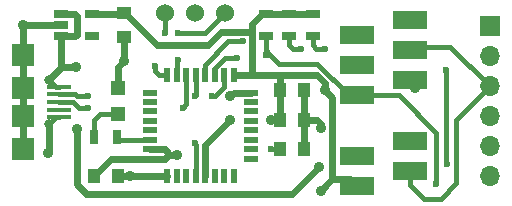
<source format=gbr>
G04 #@! TF.FileFunction,Copper,L1,Top,Signal*
%FSLAX46Y46*%
G04 Gerber Fmt 4.6, Leading zero omitted, Abs format (unit mm)*
G04 Created by KiCad (PCBNEW 4.0.7-e2-6376~58~ubuntu16.04.1) date Wed Aug 15 22:40:32 2018*
%MOMM*%
%LPD*%
G01*
G04 APERTURE LIST*
%ADD10C,0.100000*%
%ADD11R,1.897380X1.897380*%
%ADD12R,2.000000X0.398780*%
%ADD13C,0.797560*%
%ADD14R,1.000000X1.250000*%
%ADD15R,1.250000X1.000000*%
%ADD16R,1.200000X1.200000*%
%ADD17R,1.700000X1.700000*%
%ADD18O,1.700000X1.700000*%
%ADD19R,0.700000X1.300000*%
%ADD20R,1.300000X0.700000*%
%ADD21R,1.220000X0.650000*%
%ADD22R,0.600000X1.200000*%
%ADD23R,1.200000X0.600000*%
%ADD24R,3.000000X1.500000*%
%ADD25C,1.524000*%
%ADD26C,0.600000*%
%ADD27C,0.900000*%
%ADD28C,0.400000*%
%ADD29C,0.600000*%
G04 APERTURE END LIST*
D10*
D11*
X149000000Y-106801120D03*
X149000000Y-109198880D03*
X149000000Y-111949700D03*
X149000000Y-104050300D03*
D12*
X152000000Y-106699520D03*
X152000000Y-107352300D03*
X152000000Y-108000000D03*
X152000000Y-108647700D03*
X152000000Y-109300480D03*
D13*
X151146300Y-109897380D03*
X151148840Y-106100080D03*
D14*
X170750000Y-112000000D03*
X172750000Y-112000000D03*
D15*
X157500000Y-100500000D03*
X157500000Y-102500000D03*
D14*
X157000000Y-114250000D03*
X155000000Y-114250000D03*
X170750000Y-107000000D03*
X172750000Y-107000000D03*
X170750000Y-109500000D03*
X172750000Y-109500000D03*
D16*
X157000000Y-109000000D03*
X157000000Y-106800000D03*
D17*
X188468000Y-101600000D03*
D18*
X188468000Y-104140000D03*
X188468000Y-106680000D03*
X188468000Y-109220000D03*
X188468000Y-111760000D03*
X188468000Y-114300000D03*
D19*
X156900000Y-111000000D03*
X155000000Y-111000000D03*
D20*
X169500000Y-100550000D03*
X169500000Y-102450000D03*
X171500000Y-100550000D03*
X171500000Y-102450000D03*
X173500000Y-100550000D03*
X173500000Y-102450000D03*
D21*
X152190000Y-100550000D03*
X152190000Y-101500000D03*
X152190000Y-102450000D03*
X154810000Y-102450000D03*
X154810000Y-100550000D03*
D22*
X161200000Y-114250000D03*
X162000000Y-114250000D03*
X162800000Y-114250000D03*
X163600000Y-114250000D03*
X164400000Y-114250000D03*
X165200000Y-114250000D03*
X166000000Y-114250000D03*
X166800000Y-114250000D03*
D23*
X168250000Y-112800000D03*
X168250000Y-112000000D03*
X168250000Y-111200000D03*
X168250000Y-110400000D03*
X168250000Y-109600000D03*
X168250000Y-108800000D03*
X168250000Y-108000000D03*
X168250000Y-107200000D03*
D22*
X166800000Y-105750000D03*
X166000000Y-105750000D03*
X165200000Y-105750000D03*
X164400000Y-105750000D03*
X163600000Y-105750000D03*
X162800000Y-105750000D03*
X162000000Y-105750000D03*
X161200000Y-105750000D03*
D23*
X159750000Y-107200000D03*
X159750000Y-108000000D03*
X159750000Y-108800000D03*
X159750000Y-109600000D03*
X159750000Y-110400000D03*
X159750000Y-111200000D03*
X159750000Y-112000000D03*
X159750000Y-112800000D03*
D24*
X181750000Y-101075000D03*
X177250000Y-102345000D03*
X181750000Y-103615000D03*
X177250000Y-104885000D03*
X181750000Y-106155000D03*
X177250000Y-107425000D03*
X181750000Y-111345000D03*
X177250000Y-112615000D03*
X181750000Y-113885000D03*
X177250000Y-115155000D03*
D25*
X166040000Y-100500000D03*
X163500000Y-100500000D03*
X160960000Y-100500000D03*
D26*
X170000000Y-112000000D03*
X163500000Y-111500000D03*
D27*
X151106974Y-112299859D03*
X174217576Y-110164688D03*
X157500000Y-104500000D03*
X162000000Y-112500000D03*
X181750000Y-101075000D03*
X181750000Y-111345000D03*
X166500000Y-107500000D03*
X149000000Y-101500000D03*
X174155909Y-115518483D03*
X158000000Y-114250000D03*
X177107151Y-104881895D03*
X174500000Y-107000000D03*
X170000000Y-109500000D03*
X166500000Y-109500000D03*
X153513161Y-110324409D03*
X174000000Y-113500000D03*
X153441080Y-105058920D03*
X182141879Y-106795662D03*
D26*
X163500000Y-107500000D03*
X154500000Y-107500000D03*
X162500000Y-108500000D03*
X154500000Y-108500000D03*
X167103419Y-104251795D03*
X184896781Y-113224187D03*
X172500000Y-103500000D03*
X184807481Y-105289494D03*
X177250000Y-112615000D03*
X177250000Y-102345000D03*
X181809990Y-103319613D03*
X167569989Y-102871784D03*
X174500000Y-103500000D03*
X183966291Y-114934923D03*
X169500000Y-104000000D03*
X165000000Y-107500000D03*
X162107671Y-102131209D03*
X162086495Y-104460580D03*
X160988761Y-102124878D03*
X160148882Y-104915866D03*
D28*
X170000000Y-112000000D02*
X170750000Y-112000000D01*
X163600000Y-111600000D02*
X163500000Y-111500000D01*
X163600000Y-114250000D02*
X163600000Y-111600000D01*
D29*
X151146300Y-112260533D02*
X151106974Y-112299859D01*
X151146300Y-109897380D02*
X151146300Y-112260533D01*
X174217576Y-109867576D02*
X174217576Y-110164688D01*
X173850000Y-109500000D02*
X174217576Y-109867576D01*
X172750000Y-109500000D02*
X173850000Y-109500000D01*
X157500000Y-102500000D02*
X157500000Y-104500000D01*
X157000000Y-105000000D02*
X157500000Y-104500000D01*
X157000000Y-106800000D02*
X157000000Y-105000000D01*
X159750000Y-112000000D02*
X160950000Y-112000000D01*
X160950000Y-112000000D02*
X161250000Y-112300000D01*
X161250000Y-112300000D02*
X161250000Y-112500000D01*
X161250000Y-112500000D02*
X162000000Y-112500000D01*
X159750000Y-112800000D02*
X160950000Y-112800000D01*
X160950000Y-112800000D02*
X161250000Y-112500000D01*
D28*
X152000000Y-109300480D02*
X151743200Y-109300480D01*
X151743200Y-109300480D02*
X151146300Y-109897380D01*
D29*
X159750000Y-112800000D02*
X156450000Y-112800000D01*
X156450000Y-112800000D02*
X155000000Y-114250000D01*
X172750000Y-109500000D02*
X172750000Y-112000000D01*
X172750000Y-107000000D02*
X172750000Y-109500000D01*
X168250000Y-107200000D02*
X166800000Y-107200000D01*
X166800000Y-107200000D02*
X166500000Y-107500000D01*
X152190000Y-101500000D02*
X149000000Y-101500000D01*
X149000000Y-104050300D02*
X149000000Y-101500000D01*
X149000000Y-106801120D02*
X149000000Y-104050300D01*
X149000000Y-109198880D02*
X149000000Y-106801120D01*
X149000000Y-111949700D02*
X149000000Y-109198880D01*
X174106362Y-106000487D02*
X174136883Y-106000487D01*
X174136883Y-106000487D02*
X174500000Y-106363604D01*
X174500000Y-106363604D02*
X174500000Y-107000000D01*
X172800312Y-105750000D02*
X173855875Y-105750000D01*
X173855875Y-105750000D02*
X174106362Y-106000487D01*
X170747376Y-105750000D02*
X172800312Y-105750000D01*
X172800312Y-105750000D02*
X172807208Y-105756896D01*
X174508483Y-107001514D02*
X175157586Y-107650617D01*
X175157586Y-107650617D02*
X175157586Y-114516806D01*
X168359999Y-101390001D02*
X168359999Y-102000000D01*
X160334998Y-103209998D02*
X164644415Y-103209998D01*
X168359999Y-102000000D02*
X168359999Y-105609999D01*
X157500000Y-100500000D02*
X157625000Y-100500000D01*
X157625000Y-100500000D02*
X160334998Y-103209998D01*
X164644415Y-103209998D02*
X165772639Y-102081774D01*
X165772639Y-102081774D02*
X168278225Y-102081774D01*
X168278225Y-102081774D02*
X168359999Y-102000000D01*
X168000000Y-105750000D02*
X168500000Y-105750000D01*
X168500000Y-105750000D02*
X170747376Y-105750000D01*
X168359999Y-105609999D02*
X168500000Y-105750000D01*
X169500000Y-100550000D02*
X169200000Y-100550000D01*
X169200000Y-100550000D02*
X168359999Y-101390001D01*
X175157586Y-114516806D02*
X176611806Y-114516806D01*
X176611806Y-114516806D02*
X177250000Y-115155000D01*
X174605908Y-115068484D02*
X174155909Y-115518483D01*
X175157586Y-114516806D02*
X174605908Y-115068484D01*
X158000000Y-114250000D02*
X161200000Y-114250000D01*
X157000000Y-114250000D02*
X158000000Y-114250000D01*
X170747376Y-105750000D02*
X170750000Y-105747376D01*
X174500000Y-107000000D02*
X174518394Y-106981606D01*
X168000000Y-105750000D02*
X166800000Y-105750000D01*
X170750000Y-107000000D02*
X170750000Y-105747376D01*
X170750000Y-105747376D02*
X170747837Y-105745213D01*
X170750000Y-107000000D02*
X170750000Y-109500000D01*
X171500000Y-100550000D02*
X169500000Y-100550000D01*
X173500000Y-100550000D02*
X171500000Y-100550000D01*
X154810000Y-100550000D02*
X157450000Y-100550000D01*
X157450000Y-100550000D02*
X157500000Y-100500000D01*
X170000000Y-109500000D02*
X170750000Y-109500000D01*
X164400000Y-111600000D02*
X166500000Y-109500000D01*
X164400000Y-114250000D02*
X164400000Y-111600000D01*
D28*
X157000000Y-109000000D02*
X155500000Y-109000000D01*
X155500000Y-109000000D02*
X155000000Y-109500000D01*
X155000000Y-109500000D02*
X155000000Y-111000000D01*
D29*
X174000000Y-113500000D02*
X171740637Y-115759363D01*
X171740637Y-115759363D02*
X154324517Y-115759363D01*
X154324517Y-115759363D02*
X153528014Y-114962860D01*
X153528014Y-114962860D02*
X153528014Y-110342292D01*
X153528014Y-110342292D02*
X153500939Y-110315217D01*
X152190000Y-100550000D02*
X153324367Y-100550000D01*
X153324367Y-100550000D02*
X153336735Y-100537632D01*
X153336735Y-100537632D02*
X153500000Y-100700897D01*
X153500000Y-100700897D02*
X153500000Y-102350000D01*
X153500000Y-102350000D02*
X153400000Y-102450000D01*
X153400000Y-102450000D02*
X152190000Y-102450000D01*
X152190000Y-105058920D02*
X153441080Y-105058920D01*
X152190000Y-102450000D02*
X152190000Y-105058920D01*
X152190000Y-105058920D02*
X151148840Y-106100080D01*
D28*
X152000000Y-106699520D02*
X151748280Y-106699520D01*
X151748280Y-106699520D02*
X151148840Y-106100080D01*
X163600000Y-105750000D02*
X163600000Y-107400000D01*
X163600000Y-107400000D02*
X163500000Y-107500000D01*
X153547700Y-107500000D02*
X154500000Y-107500000D01*
X153400000Y-107352300D02*
X153547700Y-107500000D01*
X152000000Y-107352300D02*
X153400000Y-107352300D01*
X162500000Y-108500000D02*
X162800000Y-108200000D01*
X162800000Y-108200000D02*
X162800000Y-105750000D01*
X154075736Y-108500000D02*
X154500000Y-108500000D01*
X153713299Y-108500000D02*
X154075736Y-108500000D01*
X153213299Y-108000000D02*
X153713299Y-108500000D01*
X152000000Y-108000000D02*
X153213299Y-108000000D01*
X166679155Y-104251795D02*
X167103419Y-104251795D01*
X166031068Y-104251795D02*
X166679155Y-104251795D01*
X165200000Y-105082863D02*
X166031068Y-104251795D01*
X165200000Y-105750000D02*
X165200000Y-105082863D01*
X184807481Y-113134887D02*
X184896781Y-113224187D01*
X184807481Y-105289494D02*
X184807481Y-113134887D01*
X171800000Y-103500000D02*
X172500000Y-103500000D01*
X171500000Y-102450000D02*
X171500000Y-103200000D01*
X171500000Y-103200000D02*
X171800000Y-103500000D01*
X185107613Y-103319613D02*
X182234254Y-103319613D01*
X188468000Y-106680000D02*
X185107613Y-103319613D01*
X182234254Y-103319613D02*
X181809990Y-103319613D01*
X164400000Y-105750000D02*
X164400000Y-104827307D01*
X164400000Y-104827307D02*
X166355523Y-102871784D01*
X166355523Y-102871784D02*
X167145725Y-102871784D01*
X167145725Y-102871784D02*
X167569989Y-102871784D01*
X187618001Y-107529999D02*
X188468000Y-106680000D01*
X185658718Y-114862486D02*
X185658718Y-109489282D01*
X184331202Y-116190002D02*
X185658718Y-114862486D01*
X181750000Y-115035000D02*
X182905002Y-116190002D01*
X182905002Y-116190002D02*
X184331202Y-116190002D01*
X181750000Y-113885000D02*
X181750000Y-115035000D01*
X185658718Y-109489282D02*
X187618001Y-107529999D01*
X173800000Y-103500000D02*
X174500000Y-103500000D01*
X173500000Y-102450000D02*
X173500000Y-103200000D01*
X173500000Y-103200000D02*
X173800000Y-103500000D01*
X169883336Y-104000000D02*
X170626047Y-104742711D01*
X170626047Y-104742711D02*
X173890140Y-104742711D01*
X173890140Y-104742711D02*
X176572429Y-107425000D01*
X176572429Y-107425000D02*
X177250000Y-107425000D01*
X183966291Y-114510659D02*
X183966291Y-114934923D01*
X183966291Y-110609289D02*
X183966291Y-114510659D01*
X177250000Y-107425000D02*
X180782002Y-107425000D01*
X180782002Y-107425000D02*
X183966291Y-110609289D01*
X169500000Y-103616664D02*
X169883336Y-104000000D01*
X169500000Y-104000000D02*
X169883336Y-104000000D01*
X165250000Y-107500000D02*
X165000000Y-107500000D01*
X166000000Y-105750000D02*
X166000000Y-106750000D01*
X166000000Y-106750000D02*
X165250000Y-107500000D01*
X169500000Y-102450000D02*
X169500000Y-103616664D01*
X159750000Y-111200000D02*
X157100000Y-111200000D01*
X157100000Y-111200000D02*
X156900000Y-111000000D01*
X162531935Y-102131209D02*
X162107671Y-102131209D01*
X164408791Y-102131209D02*
X162531935Y-102131209D01*
X166040000Y-100500000D02*
X164408791Y-102131209D01*
X162000000Y-104547075D02*
X162086495Y-104460580D01*
X162000000Y-105750000D02*
X162000000Y-104547075D01*
X160960000Y-102096117D02*
X160988761Y-102124878D01*
X160960000Y-100500000D02*
X160960000Y-102096117D01*
X160148882Y-105340130D02*
X160148882Y-104915866D01*
X160500000Y-105750000D02*
X160148882Y-105398882D01*
X161200000Y-105750000D02*
X160500000Y-105750000D01*
X160148882Y-105398882D02*
X160148882Y-105340130D01*
X161200000Y-100740000D02*
X160960000Y-100500000D01*
M02*

</source>
